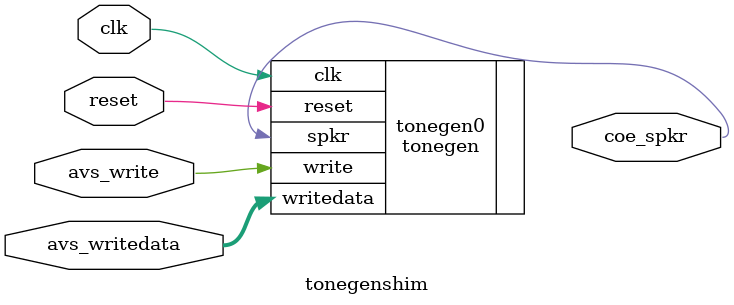
<source format=v>



module tonegenshim 
  #( parameter fclk = 50000000 ) 
   (
    input  wire        avs_write,     // avalon_slave.write
    input  wire [31:0] avs_writedata, //             .writedata
    input  wire        clk,       //   clock_sink.clk
    input  wire        reset,     //   reset_sink.reset
    output wire        coe_spkr       //  conduit_end.spkr
    );

   tonegen #( fclk ) tonegen0    // fclk is clock frequency, Hz          
   ( 
     .writedata(avs_writedata),     // Avalon MM bus, data
     .write(avs_write),             // " write strobe
     .spkr(coe_spkr),               // on/off output for audio 
     .reset(reset), .clk(clk) ) ;

endmodule

</source>
